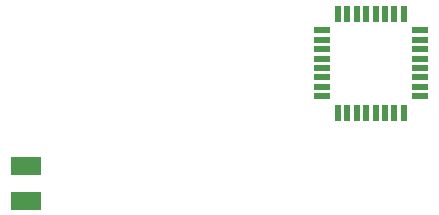
<source format=gbr>
G04 EAGLE Gerber RS-274X export*
G75*
%MOMM*%
%FSLAX34Y34*%
%LPD*%
%INSolderpaste Top*%
%IPPOS*%
%AMOC8*
5,1,8,0,0,1.08239X$1,22.5*%
G01*
%ADD10R,0.550000X1.470000*%
%ADD11R,1.470000X0.550000*%
%ADD12R,2.600000X1.500000*%


D10*
X28000Y-212300D03*
X20000Y-212300D03*
X12000Y-212300D03*
X4000Y-212300D03*
X-4000Y-212300D03*
X-12000Y-212300D03*
X-20000Y-212300D03*
X-28000Y-212300D03*
D11*
X-41700Y-226000D03*
X-41700Y-234000D03*
X-41700Y-242000D03*
X-41700Y-250000D03*
X-41700Y-258000D03*
X-41700Y-266000D03*
X-41700Y-274000D03*
X-41700Y-282000D03*
D10*
X-28000Y-295700D03*
X-20000Y-295700D03*
X-12000Y-295700D03*
X-4000Y-295700D03*
X4000Y-295700D03*
X12000Y-295700D03*
X20000Y-295700D03*
X28000Y-295700D03*
D11*
X41700Y-282000D03*
X41700Y-274000D03*
X41700Y-266000D03*
X41700Y-258000D03*
X41700Y-250000D03*
X41700Y-242000D03*
X41700Y-234000D03*
X41700Y-226000D03*
D12*
X-292100Y-340600D03*
X-292100Y-370600D03*
M02*

</source>
